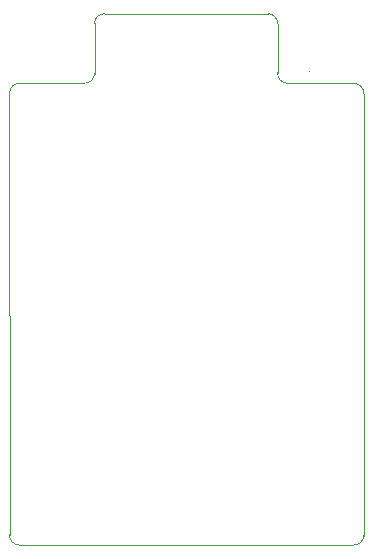
<source format=gm1>
%TF.GenerationSoftware,KiCad,Pcbnew,7.0.2-6a45011f42~172~ubuntu22.04.1*%
%TF.CreationDate,2023-05-14T19:46:31+02:00*%
%TF.ProjectId,PowerMeter,506f7765-724d-4657-9465-722e6b696361,rev?*%
%TF.SameCoordinates,Original*%
%TF.FileFunction,Profile,NP*%
%FSLAX46Y46*%
G04 Gerber Fmt 4.6, Leading zero omitted, Abs format (unit mm)*
G04 Created by KiCad (PCBNEW 7.0.2-6a45011f42~172~ubuntu22.04.1) date 2023-05-14 19:46:31*
%MOMM*%
%LPD*%
G01*
G04 APERTURE LIST*
%TA.AperFunction,Profile*%
%ADD10C,0.100000*%
%TD*%
G04 APERTURE END LIST*
D10*
X95387767Y-75132233D02*
X95387767Y-75132233D01*
X92699997Y-71188345D02*
G75*
G03*
X91904893Y-70300001I-841697J46645D01*
G01*
X70800000Y-115300000D02*
X99111655Y-115295107D01*
X93496397Y-76200000D02*
X99200000Y-76200000D01*
X70888344Y-76204903D02*
G75*
G03*
X70000001Y-77000000I-46644J-841697D01*
G01*
X70000000Y-77000000D02*
X70004893Y-114411655D01*
X92701302Y-75311656D02*
G75*
G03*
X93496397Y-76200000I841698J-46644D01*
G01*
X77200000Y-71100000D02*
X77200000Y-75400000D01*
X92700000Y-71188345D02*
X92701290Y-75311655D01*
X99995097Y-77088344D02*
G75*
G03*
X99200000Y-76200001I-841697J46644D01*
G01*
X78088344Y-70304903D02*
G75*
G03*
X77200001Y-71100000I-46644J-841697D01*
G01*
X76311656Y-76195097D02*
G75*
G03*
X77199999Y-75400000I46644J841697D01*
G01*
X78088345Y-70304893D02*
X91904893Y-70300000D01*
X99111656Y-115295097D02*
G75*
G03*
X99999999Y-114500000I46644J841697D01*
G01*
X70004903Y-114411656D02*
G75*
G03*
X70800000Y-115299999I841697J-46644D01*
G01*
X76311655Y-76195107D02*
X70888345Y-76204893D01*
X99995107Y-77088345D02*
X100000000Y-114500000D01*
M02*

</source>
